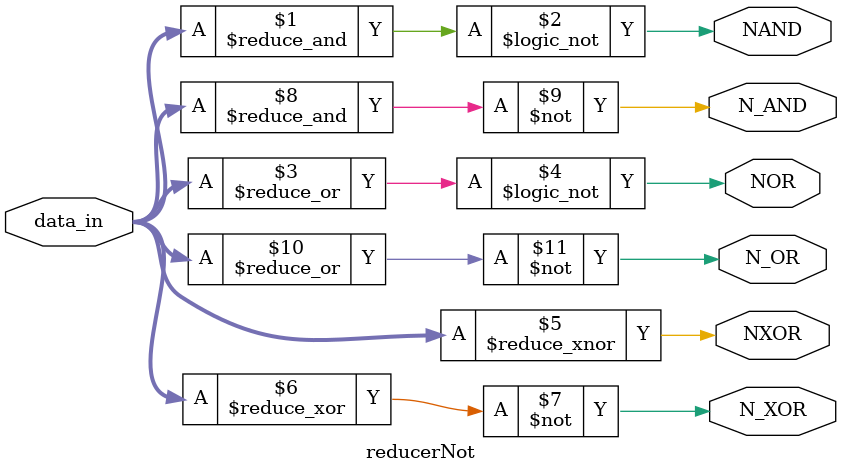
<source format=v>
module reducerNot(
    input [7:0] data_in,
    output NOR,
    output NXOR,
    output NAND,
    output N_AND,
    output N_OR,
    output N_XOR
);
    assign NAND = ~&data_in;
    assign NOR = ~|data_in;
    assign NXOR = ~^data_in;
    assign N_XOR = ~(^data_in);
    assign N_AND = ~(&data_in);
    assign N_OR = ~(|data_in);

endmodule
</source>
